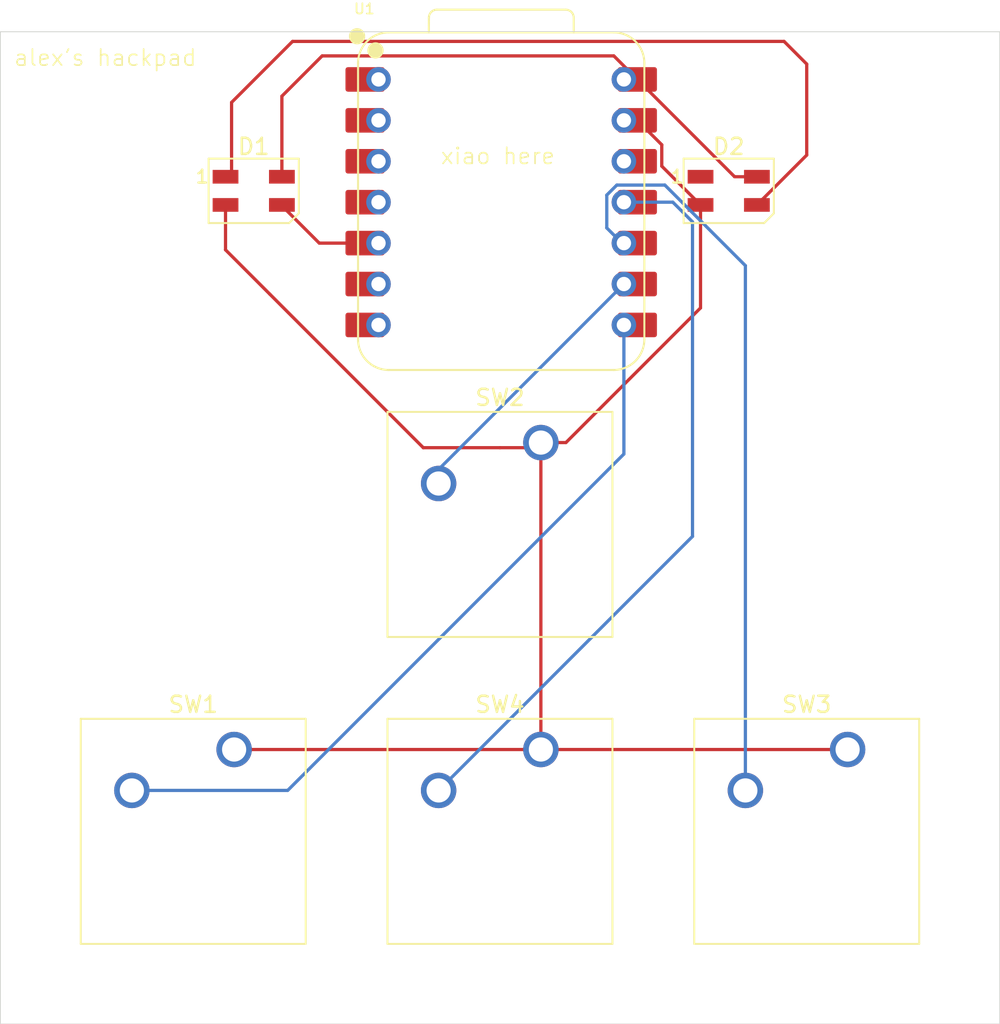
<source format=kicad_pcb>
(kicad_pcb (version 20241229) (generator "pcbnew") (generator_version "9.0")
  (layers (0 "F.Cu" signal) (2 "B.Cu" signal) (13 "F.Paste" user) (15 "B.Paste" user) (5 "F.SilkS" user "F.Silkscreen") (7 "B.SilkS" user "B.Silkscreen") (1 "F.Mask" user) (3 "B.Mask" user) (25 "Edge.Cuts" user))
  (net 0 "")
  (net 1 "GND")
  (net 2 "+5V")
  (net 3 "Net-(D1-DIN)")
  (net 4 "Net-(D1-DOUT)")
  (net 6 "Net-(U1-GPIO1{slash}RX)")
  (net 7 "Net-(U1-GPIO2{slash}SCK)")
  (net 8 "Net-(U1-GPIO4{slash}MISO)")
  (net 9 "Net-(U1-GPIO3{slash}MOSI)")
  (footprint "Button_Switch_Keyboard:SW_Cherry_MX_1.00u_PCB" (layer "F.Cu") (at 181.13375 92.55125)
    (property "Reference" "SW3" (at -2.54 -2.794 0) (layer "F.SilkS"))
    (property "Value" "SW_Push")
    (fp_line (start -9.525 -1.905) (end 4.445 -1.905) (stroke (width 0.12)) (layer "F.SilkS"))
    (fp_line (start -9.525 12.065) (end -9.525 -1.905) (stroke (width 0.12)) (layer "F.SilkS"))
    (fp_line (start 4.445 -1.905) (end 4.445 12.065) (stroke (width 0.12)) (layer "F.SilkS"))
    (fp_line (start 4.445 12.065) (end -9.525 12.065) (stroke (width 0.12)) (layer "F.SilkS"))
    (pad "" np_thru_hole circle (at -7.62 5.08) (size 1.7 1.7) (drill 1.7) (layers "*.Cu" "*.Mask"))
    (pad "" np_thru_hole circle (at -2.54 5.08) (size 4 4) (drill 4) (layers "*.Cu" "*.Mask"))
    (pad "" np_thru_hole circle (at 2.54 5.08) (size 1.7 1.7) (drill 1.7) (layers "*.Cu" "*.Mask"))
    (pad "1" thru_hole circle (at 0 0) (size 2.2 2.2) (drill 1.5) (layers "*.Cu" "*.Mask") (net 1 "GND"))
    (pad "2" thru_hole circle (at -6.35 2.54) (size 2.2 2.2) (drill 1.5) (layers "*.Cu" "*.Mask") (net 8 "Net-(U1-GPIO4{slash}MISO)"))
  )
  (footprint "LED_SMD:LED_SK6812MINI_PLCC4_3.5x3.5mm_P1.75mm" (layer "F.Cu") (at 173.75 57.875)
    (property "Reference" "D2" (at 0 -2.75 0) (layer "F.SilkS"))
    (property "Value" "SK6812MINI")
    (fp_line (start -2.8 -2) (end -2.8 2) (stroke (width 0.12)) (layer "F.SilkS"))
    (fp_line (start -2.8 -2) (end 2.8 -2) (stroke (width 0.12)) (layer "F.SilkS"))
    (fp_line (start -2.8 2) (end 2.2 2) (stroke (width 0.12)) (layer "F.SilkS"))
    (fp_line (start 2.8 1.4) (end 2.2 2) (stroke (width 0.12)) (layer "F.SilkS"))
    (fp_line (start 2.8 1.4) (end 2.8 -2) (stroke (width 0.12)) (layer "F.SilkS"))
    (fp_text user "1" (at -3.2 -0.875 0) (layer "F.SilkS") (effects (font (size 0.8 0.8))))
    (pad "1" smd rect (at -1.75 -0.875) (size 1.6 0.85) (layers "F.Cu" "F.Mask" "F.Paste"))
    (pad "2" smd rect (at -1.75 0.875) (size 1.6 0.85) (layers "F.Cu" "F.Mask" "F.Paste") (net 1 "GND"))
    (pad "3" smd rect (at 1.75 0.875) (size 1.6 0.85) (layers "F.Cu" "F.Mask" "F.Paste") (net 4 "Net-(D1-DOUT)"))
    (pad "4" smd rect (at 1.75 -0.875) (size 1.6 0.85) (layers "F.Cu" "F.Mask" "F.Paste") (net 2 "+5V"))
  )
  (footprint "Button_Switch_Keyboard:SW_Cherry_MX_1.00u_PCB" (layer "F.Cu") (at 143.03375 92.55125)
    (property "Reference" "SW1" (at -2.54 -2.794 0) (layer "F.SilkS"))
    (property "Value" "SW_Push")
    (fp_line (start -9.525 -1.905) (end 4.445 -1.905) (stroke (width 0.12)) (layer "F.SilkS"))
    (fp_line (start -9.525 12.065) (end -9.525 -1.905) (stroke (width 0.12)) (layer "F.SilkS"))
    (fp_line (start 4.445 -1.905) (end 4.445 12.065) (stroke (width 0.12)) (layer "F.SilkS"))
    (fp_line (start 4.445 12.065) (end -9.525 12.065) (stroke (width 0.12)) (layer "F.SilkS"))
    (pad "" np_thru_hole circle (at -7.62 5.08) (size 1.7 1.7) (drill 1.7) (layers "*.Cu" "*.Mask"))
    (pad "" np_thru_hole circle (at -2.54 5.08) (size 4 4) (drill 4) (layers "*.Cu" "*.Mask"))
    (pad "" np_thru_hole circle (at 2.54 5.08) (size 1.7 1.7) (drill 1.7) (layers "*.Cu" "*.Mask"))
    (pad "1" thru_hole circle (at 0 0) (size 2.2 2.2) (drill 1.5) (layers "*.Cu" "*.Mask") (net 1 "GND"))
    (pad "2" thru_hole circle (at -6.35 2.54) (size 2.2 2.2) (drill 1.5) (layers "*.Cu" "*.Mask") (net 6 "Net-(U1-GPIO1{slash}RX)"))
  )
  (footprint "Button_Switch_Keyboard:SW_Cherry_MX_1.00u_PCB" (layer "F.Cu") (at 162.08375 73.50125)
    (property "Reference" "SW2" (at -2.54 -2.794 0) (layer "F.SilkS"))
    (property "Value" "SW_Push")
    (fp_line (start -9.525 -1.905) (end 4.445 -1.905) (stroke (width 0.12)) (layer "F.SilkS"))
    (fp_line (start -9.525 12.065) (end -9.525 -1.905) (stroke (width 0.12)) (layer "F.SilkS"))
    (fp_line (start 4.445 -1.905) (end 4.445 12.065) (stroke (width 0.12)) (layer "F.SilkS"))
    (fp_line (start 4.445 12.065) (end -9.525 12.065) (stroke (width 0.12)) (layer "F.SilkS"))
    (pad "" np_thru_hole circle (at -7.62 5.08) (size 1.7 1.7) (drill 1.7) (layers "*.Cu" "*.Mask"))
    (pad "" np_thru_hole circle (at -2.54 5.08) (size 4 4) (drill 4) (layers "*.Cu" "*.Mask"))
    (pad "" np_thru_hole circle (at 2.54 5.08) (size 1.7 1.7) (drill 1.7) (layers "*.Cu" "*.Mask"))
    (pad "1" thru_hole circle (at 0 0) (size 2.2 2.2) (drill 1.5) (layers "*.Cu" "*.Mask") (net 1 "GND"))
    (pad "2" thru_hole circle (at -6.35 2.54) (size 2.2 2.2) (drill 1.5) (layers "*.Cu" "*.Mask") (net 7 "Net-(U1-GPIO2{slash}SCK)"))
  )
  (footprint "LED_SMD:LED_SK6812MINI_PLCC4_3.5x3.5mm_P1.75mm" (layer "F.Cu") (at 144.25 57.875)
    (property "Reference" "D1" (at 0 -2.75 0) (layer "F.SilkS"))
    (property "Value" "SK6812MINI")
    (fp_line (start -2.8 -2) (end -2.8 2) (stroke (width 0.12)) (layer "F.SilkS"))
    (fp_line (start -2.8 -2) (end 2.8 -2) (stroke (width 0.12)) (layer "F.SilkS"))
    (fp_line (start -2.8 2) (end 2.2 2) (stroke (width 0.12)) (layer "F.SilkS"))
    (fp_line (start 2.8 1.4) (end 2.2 2) (stroke (width 0.12)) (layer "F.SilkS"))
    (fp_line (start 2.8 1.4) (end 2.8 -2) (stroke (width 0.12)) (layer "F.SilkS"))
    (fp_text user "1" (at -3.2 -0.875 0) (layer "F.SilkS") (effects (font (size 0.8 0.8))))
    (pad "1" smd rect (at -1.75 -0.875) (size 1.6 0.85) (layers "F.Cu" "F.Mask" "F.Paste") (net 4 "Net-(D1-DOUT)"))
    (pad "2" smd rect (at -1.75 0.875) (size 1.6 0.85) (layers "F.Cu" "F.Mask" "F.Paste") (net 1 "GND"))
    (pad "3" smd rect (at 1.75 0.875) (size 1.6 0.85) (layers "F.Cu" "F.Mask" "F.Paste") (net 3 "Net-(D1-DIN)"))
    (pad "4" smd rect (at 1.75 -0.875) (size 1.6 0.85) (layers "F.Cu" "F.Mask" "F.Paste") (net 2 "+5V"))
  )
  (footprint "OPL:XIAO-RP2040-DIP" (layer "F.Cu") (at 159.62 58.58)
    (property "Reference" "U1" (at -8.5 -12 0) (layer "F.SilkS") (effects (font (size 0.635 0.635) (thickness 0.1016))))
    (property "Value" "XIAO-RP2040-DIP")
    (fp_line (start -8.89 8.509) (end -8.89 -8.636) (stroke (width 0.127)) (layer "F.SilkS"))
    (fp_line (start -6.985 10.414) (end 6.985 10.414) (stroke (width 0.127)) (layer "F.SilkS"))
    (fp_line (start -4.495 -10.541) (end -4.491272 -11.451272) (stroke (width 0.127)) (layer "F.SilkS"))
    (fp_line (start -3.991272 -11.951) (end 4.004 -11.951) (stroke (width 0.127)) (layer "F.SilkS"))
    (fp_line (start 4.504 -11.451) (end 4.504 -10.541) (stroke (width 0.127)) (layer "F.SilkS"))
    (fp_line (start 6.985 -10.541) (end -6.985 -10.541) (stroke (width 0.1)) (layer "F.SilkS"))
    (fp_line (start 6.985 -10.541) (end -6.985 -10.541) (stroke (width 0.127)) (layer "F.SilkS"))
    (fp_line (start 8.89 8.509) (end 8.89 -8.636) (stroke (width 0.127)) (layer "F.SilkS"))
    (fp_arc (start -8.89 -8.636) (mid -8.332038 -9.983038) (end -6.985 -10.541) (stroke (width 0.127)) (layer "F.SilkS"))
    (fp_arc (start -6.985 10.414) (mid -8.332038 9.856038) (end -8.89 8.509) (stroke (width 0.127)) (layer "F.SilkS"))
    (fp_arc (start -4.491272 -11.451272) (mid -4.344728 -11.80464) (end -3.991272 -11.951) (stroke (width 0.127)) (layer "F.SilkS"))
    (fp_arc (start 4.004 -11.951) (mid 4.357553 -11.804553) (end 4.504 -11.451) (stroke (width 0.127)) (layer "F.SilkS"))
    (fp_arc (start 6.985 -10.541) (mid 8.332038 -9.983038) (end 8.89 -8.636) (stroke (width 0.127)) (layer "F.SilkS"))
    (fp_arc (start 8.89 8.509) (mid 8.332038 9.856038) (end 6.985 10.414) (stroke (width 0.127)) (layer "F.SilkS"))
    (fp_circle (center -8.95 -10.3) (end -8.95 -10.554) (stroke (width 0.5)) (fill yes) (layer "F.SilkS"))
    (fp_circle (center -7.807 -9.42) (end -7.807 -9.674) (stroke (width 0.5)) (fill yes) (layer "F.SilkS"))
    (pad "1" smd roundrect (at -8.455 -7.62 180) (size 2.432 1.524) (layers "F.Cu" "F.Mask") (roundrect_rratio 0.1))
    (pad "1" thru_hole circle (at -7.62 -7.62 180) (size 1.524 1.524) (drill 0.889) (layers "*.Cu" "*.Mask"))
    (pad "2" smd roundrect (at -8.455 -5.08 180) (size 2.432 1.524) (layers "F.Cu" "F.Mask") (roundrect_rratio 0.1))
    (pad "2" thru_hole circle (at -7.62 -5.08 180) (size 1.524 1.524) (drill 0.889) (layers "*.Cu" "*.Mask"))
    (pad "3" smd roundrect (at -8.455 -2.54 180) (size 2.432 1.524) (layers "F.Cu" "F.Mask") (roundrect_rratio 0.1))
    (pad "3" thru_hole circle (at -7.62 -2.54 180) (size 1.524 1.524) (drill 0.889) (layers "*.Cu" "*.Mask"))
    (pad "4" smd roundrect (at -8.455 0 180) (size 2.432 1.524) (layers "F.Cu" "F.Mask") (roundrect_rratio 0.1))
    (pad "4" thru_hole circle (at -7.62 0 180) (size 1.524 1.524) (drill 0.889) (layers "*.Cu" "*.Mask"))
    (pad "5" smd roundrect (at -8.455 2.54 180) (size 2.432 1.524) (layers "F.Cu" "F.Mask") (roundrect_rratio 0.1) (net 3 "Net-(D1-DIN)"))
    (pad "5" thru_hole circle (at -7.62 2.54 180) (size 1.524 1.524) (drill 0.889) (layers "*.Cu" "*.Mask") (net 3 "Net-(D1-DIN)"))
    (pad "6" smd roundrect (at -8.455 5.08 180) (size 2.432 1.524) (layers "F.Cu" "F.Mask") (roundrect_rratio 0.1))
    (pad "6" thru_hole circle (at -7.62 5.08 180) (size 1.524 1.524) (drill 0.889) (layers "*.Cu" "*.Mask"))
    (pad "7" smd roundrect (at -8.455 7.62 180) (size 2.432 1.524) (layers "F.Cu" "F.Mask") (roundrect_rratio 0.1))
    (pad "7" thru_hole circle (at -7.62 7.62 180) (size 1.524 1.524) (drill 0.889) (layers "*.Cu" "*.Mask"))
    (pad "8" thru_hole circle (at 7.62 7.62) (size 1.524 1.524) (drill 0.889) (layers "*.Cu" "*.Mask") (net 6 "Net-(U1-GPIO1{slash}RX)"))
    (pad "8" smd roundrect (at 8.455 7.62) (size 2.432 1.524) (layers "F.Cu" "F.Mask") (roundrect_rratio 0.1) (net 6 "Net-(U1-GPIO1{slash}RX)"))
    (pad "9" thru_hole circle (at 7.62 5.08) (size 1.524 1.524) (drill 0.889) (layers "*.Cu" "*.Mask") (net 7 "Net-(U1-GPIO2{slash}SCK)"))
    (pad "9" smd roundrect (at 8.455 5.08) (size 2.432 1.524) (layers "F.Cu" "F.Mask") (roundrect_rratio 0.1) (net 7 "Net-(U1-GPIO2{slash}SCK)"))
    (pad "10" thru_hole circle (at 7.62 2.54) (size 1.524 1.524) (drill 0.889) (layers "*.Cu" "*.Mask") (net 8 "Net-(U1-GPIO4{slash}MISO)"))
    (pad "10" smd roundrect (at 8.455 2.54) (size 2.432 1.524) (layers "F.Cu" "F.Mask") (roundrect_rratio 0.1) (net 8 "Net-(U1-GPIO4{slash}MISO)"))
    (pad "11" thru_hole circle (at 7.62 0) (size 1.524 1.524) (drill 0.889) (layers "*.Cu" "*.Mask") (net 9 "Net-(U1-GPIO3{slash}MOSI)"))
    (pad "11" smd roundrect (at 8.455 0) (size 2.432 1.524) (layers "F.Cu" "F.Mask") (roundrect_rratio 0.1) (net 9 "Net-(U1-GPIO3{slash}MOSI)"))
    (pad "12" thru_hole circle (at 7.62 -2.54) (size 1.524 1.524) (drill 0.889) (layers "*.Cu" "*.Mask"))
    (pad "12" smd roundrect (at 8.455 -2.54) (size 2.432 1.524) (layers "F.Cu" "F.Mask") (roundrect_rratio 0.1))
    (pad "13" thru_hole circle (at 7.62 -5.08) (size 1.524 1.524) (drill 0.889) (layers "*.Cu" "*.Mask") (net 1 "GND"))
    (pad "13" smd roundrect (at 8.455 -5.08) (size 2.432 1.524) (layers "F.Cu" "F.Mask") (roundrect_rratio 0.1) (net 1 "GND"))
    (pad "14" thru_hole circle (at 7.62 -7.62) (size 1.524 1.524) (drill 0.889) (layers "*.Cu" "*.Mask") (net 2 "+5V"))
    (pad "14" smd roundrect (at 8.455 -7.62) (size 2.432 1.524) (layers "F.Cu" "F.Mask") (roundrect_rratio 0.1) (net 2 "+5V"))
  )
  (footprint "Button_Switch_Keyboard:SW_Cherry_MX_1.00u_PCB" (layer "F.Cu") (at 162.08375 92.55125)
    (property "Reference" "SW4" (at -2.54 -2.794 0) (layer "F.SilkS"))
    (property "Value" "SW_Push")
    (fp_line (start -9.525 -1.905) (end 4.445 -1.905) (stroke (width 0.12)) (layer "F.SilkS"))
    (fp_line (start -9.525 12.065) (end -9.525 -1.905) (stroke (width 0.12)) (layer "F.SilkS"))
    (fp_line (start 4.445 -1.905) (end 4.445 12.065) (stroke (width 0.12)) (layer "F.SilkS"))
    (fp_line (start 4.445 12.065) (end -9.525 12.065) (stroke (width 0.12)) (layer "F.SilkS"))
    (pad "" np_thru_hole circle (at -7.62 5.08) (size 1.7 1.7) (drill 1.7) (layers "*.Cu" "*.Mask"))
    (pad "" np_thru_hole circle (at -2.54 5.08) (size 4 4) (drill 4) (layers "*.Cu" "*.Mask"))
    (pad "" np_thru_hole circle (at 2.54 5.08) (size 1.7 1.7) (drill 1.7) (layers "*.Cu" "*.Mask"))
    (pad "1" thru_hole circle (at 0 0) (size 2.2 2.2) (drill 1.5) (layers "*.Cu" "*.Mask") (net 1 "GND"))
    (pad "2" thru_hole circle (at -6.35 2.54) (size 2.2 2.2) (drill 1.5) (layers "*.Cu" "*.Mask") (net 9 "Net-(U1-GPIO3{slash}MOSI)"))
  )
  (gr_rect (start 128.51875 48) (end 190.58125 109.58125) (stroke (width 0.05)) (fill no) (layer "Edge.Cuts"))
  (gr_text "xiao here" (at 155.8 56.3 0) (layer "F.SilkS") (effects (font (size 1 1) (thickness 0.1)) (justify left bottom)))
  (gr_text "alex's hackpad" (at 129.3 50.2 0) (layer "F.SilkS") (effects (font (size 1 1) (thickness 0.1)) (justify left bottom)))
  (segment (start 143.03375 92.55125) (end 162.08375 92.55125) (width 0.2) (layer "F.Cu") (net 1))
  (segment (start 159.54375 73.81875) (end 161.76625 73.81875) (width 0.2) (layer "F.Cu") (net 1))
  (segment (start 162.08375 92.71) (end 161.925 92.86875) (width 0.2) (layer "F.Cu") (net 1))
  (segment (start 169.592 55.017) (end 168.075 53.5) (width 0.2) (layer "F.Cu") (net 1))
  (segment (start 162.08375 92.55125) (end 162.08375 92.71) (width 0.2) (layer "F.Cu") (net 1))
  (segment (start 142.5 58.75) (end 142.5 61.5375) (width 0.2) (layer "F.Cu") (net 1))
  (segment (start 145.25625 64.29375) (end 154.78125 73.81875) (width 0.2) (layer "F.Cu") (net 1))
  (segment (start 172 58.75) (end 169.592 56.342) (width 0.2) (layer "F.Cu") (net 1))
  (segment (start 154.78125 73.81875) (end 159.54375 73.81875) (width 0.2) (layer "F.Cu") (net 1))
  (segment (start 162.08375 73.50125) (end 163.639384 73.50125) (width 0.2) (layer "F.Cu") (net 1))
  (segment (start 142.5 61.5375) (end 145.25625 64.29375) (width 0.2) (layer "F.Cu") (net 1))
  (segment (start 163.639384 73.50125) (end 172 65.140634) (width 0.2) (layer "F.Cu") (net 1))
  (segment (start 161.76625 73.81875) (end 162.08375 73.50125) (width 0.2) (layer "F.Cu") (net 1))
  (segment (start 172 65.140634) (end 172 58.75) (width 0.2) (layer "F.Cu") (net 1))
  (segment (start 169.592 56.342) (end 169.592 55.017) (width 0.2) (layer "F.Cu") (net 1))
  (segment (start 162.08375 92.55125) (end 181.13375 92.55125) (width 0.2) (layer "F.Cu") (net 1))
  (segment (start 162.08375 92.55125) (end 162.08375 73.50125) (width 0.2) (layer "F.Cu") (net 1))
  (segment (start 174.115 57) (end 168.075 50.96) (width 0.2) (layer "F.Cu") (net 2))
  (segment (start 146 57) (end 146 52) (width 0.2) (layer "F.Cu") (net 2))
  (segment (start 175.5 57) (end 174.115 57) (width 0.2) (layer "F.Cu") (net 2))
  (segment (start 166.615 49.5) (end 168.075 50.96) (width 0.2) (layer "F.Cu") (net 2))
  (segment (start 148.5 49.5) (end 166.615 49.5) (width 0.2) (layer "F.Cu") (net 2))
  (segment (start 146 52) (end 148.5 49.5) (width 0.2) (layer "F.Cu") (net 2))
  (segment (start 148.32 61.12) (end 152 61.12) (width 0.2) (layer "F.Cu") (net 3))
  (segment (start 146 58.75) (end 146 58.8) (width 0.2) (layer "F.Cu") (net 3))
  (segment (start 146 58.8) (end 148.32 61.12) (width 0.2) (layer "F.Cu") (net 3))
  (segment (start 142.875 52.3875) (end 146.6615 48.601) (width 0.2) (layer "F.Cu") (net 4))
  (segment (start 178.59375 55.65625) (end 175.5 58.75) (width 0.2) (layer "F.Cu") (net 4))
  (segment (start 177.1885 48.601) (end 178.59375 50.00625) (width 0.2) (layer "F.Cu") (net 4))
  (segment (start 178.59375 50.00625) (end 178.59375 55.65625) (width 0.2) (layer "F.Cu") (net 4))
  (segment (start 146.6615 48.601) (end 177.1885 48.601) (width 0.2) (layer "F.Cu") (net 4))
  (segment (start 142.725 57) (end 142.875 57.15) (width 0.2) (layer "F.Cu") (net 4))
  (segment (start 142.5 57) (end 142.725 57) (width 0.2) (layer "F.Cu") (net 4))
  (segment (start 142.875 57.15) (end 142.875 52.3875) (width 0.2) (layer "F.Cu") (net 4))
  (segment (start 136.68375 95.09125) (end 146.358566 95.09125) (width 0.2) (layer "B.Cu") (net 6))
  (segment (start 167.24 74.209816) (end 167.24 66.2) (width 0.2) (layer "B.Cu") (net 6))
  (segment (start 146.358566 95.09125) (end 167.24 74.209816) (width 0.2) (layer "B.Cu") (net 6))
  (segment (start 155.8 75.1) (end 167.24 63.66) (width 0.2) (layer "B.Cu") (net 7))
  (segment (start 155.73375 76.04125) (end 155.73375 76.43375) (width 0.2) (layer "B.Cu") (net 7))
  (segment (start 155.8 76.5) (end 155.8 75.1) (width 0.2) (layer "B.Cu") (net 7))
  (segment (start 155.73375 76.43375) (end 155.8 76.5) (width 0.2) (layer "B.Cu") (net 7))
  (segment (start 166.79969 57.517) (end 169.7841 57.517) (width 0.2) (layer "B.Cu") (net 8))
  (segment (start 169.7841 57.517) (end 174.78375 62.51665) (width 0.2) (layer "B.Cu") (net 8))
  (segment (start 167.24 61.12) (end 167.24 61.16) (width 0.2) (layer "B.Cu") (net 8))
  (segment (start 166.177 58.13969) (end 166.79969 57.517) (width 0.2) (layer "B.Cu") (net 8))
  (segment (start 167.24 61.16) (end 167.2 61.2) (width 0.2) (layer "B.Cu") (net 8))
  (segment (start 167.2 61.2) (end 166.177 60.177) (width 0.2) (layer "B.Cu") (net 8))
  (segment (start 174.78375 62.51665) (end 174.78375 95.09125) (width 0.2) (layer "B.Cu") (net 8))
  (segment (start 166.177 60.177) (end 166.177 58.13969) (width 0.2) (layer "B.Cu") (net 8))
  (segment (start 170.28 58.58) (end 167.24 58.58) (width 0.2) (layer "B.Cu") (net 9))
  (segment (start 171.5 59.8) (end 170.28 58.58) (width 0.2) (layer "B.Cu") (net 9))
  (segment (start 155.73375 95.09125) (end 171.5 79.325) (width 0.2) (layer "B.Cu") (net 9))
  (segment (start 171.5 79.325) (end 171.5 59.8) (width 0.2) (layer "B.Cu") (net 9))
)
</source>
